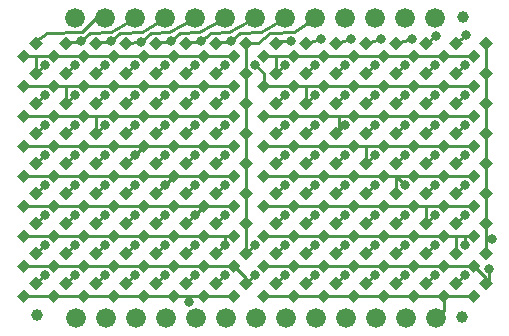
<source format=gbr>
G04 EAGLE Gerber RS-274X export*
G75*
%MOMM*%
%FSLAX34Y34*%
%LPD*%
%INTop Copper*%
%IPPOS*%
%AMOC8*
5,1,8,0,0,1.08239X$1,22.5*%
G01*
%ADD10R,0.800000X0.800000*%
%ADD11C,1.000000*%
%ADD12C,1.676400*%
%ADD13C,0.254000*%
%ADD14C,0.800100*%


D10*
G36*
X18827Y240383D02*
X24483Y234727D01*
X18827Y229071D01*
X13171Y234727D01*
X18827Y240383D01*
G37*
G36*
X29433Y250989D02*
X35089Y245333D01*
X29433Y239677D01*
X23777Y245333D01*
X29433Y250989D01*
G37*
G36*
X44227Y240383D02*
X49883Y234727D01*
X44227Y229071D01*
X38571Y234727D01*
X44227Y240383D01*
G37*
G36*
X54833Y250989D02*
X60489Y245333D01*
X54833Y239677D01*
X49177Y245333D01*
X54833Y250989D01*
G37*
G36*
X69627Y240383D02*
X75283Y234727D01*
X69627Y229071D01*
X63971Y234727D01*
X69627Y240383D01*
G37*
G36*
X80233Y250989D02*
X85889Y245333D01*
X80233Y239677D01*
X74577Y245333D01*
X80233Y250989D01*
G37*
G36*
X95027Y240383D02*
X100683Y234727D01*
X95027Y229071D01*
X89371Y234727D01*
X95027Y240383D01*
G37*
G36*
X105633Y250989D02*
X111289Y245333D01*
X105633Y239677D01*
X99977Y245333D01*
X105633Y250989D01*
G37*
G36*
X120427Y240383D02*
X126083Y234727D01*
X120427Y229071D01*
X114771Y234727D01*
X120427Y240383D01*
G37*
G36*
X131033Y250989D02*
X136689Y245333D01*
X131033Y239677D01*
X125377Y245333D01*
X131033Y250989D01*
G37*
G36*
X145827Y240383D02*
X151483Y234727D01*
X145827Y229071D01*
X140171Y234727D01*
X145827Y240383D01*
G37*
G36*
X156433Y250989D02*
X162089Y245333D01*
X156433Y239677D01*
X150777Y245333D01*
X156433Y250989D01*
G37*
G36*
X171227Y240383D02*
X176883Y234727D01*
X171227Y229071D01*
X165571Y234727D01*
X171227Y240383D01*
G37*
G36*
X181833Y250989D02*
X187489Y245333D01*
X181833Y239677D01*
X176177Y245333D01*
X181833Y250989D01*
G37*
G36*
X196627Y240383D02*
X202283Y234727D01*
X196627Y229071D01*
X190971Y234727D01*
X196627Y240383D01*
G37*
G36*
X207233Y250989D02*
X212889Y245333D01*
X207233Y239677D01*
X201577Y245333D01*
X207233Y250989D01*
G37*
G36*
X18827Y214983D02*
X24483Y209327D01*
X18827Y203671D01*
X13171Y209327D01*
X18827Y214983D01*
G37*
G36*
X29433Y225589D02*
X35089Y219933D01*
X29433Y214277D01*
X23777Y219933D01*
X29433Y225589D01*
G37*
G36*
X44227Y214983D02*
X49883Y209327D01*
X44227Y203671D01*
X38571Y209327D01*
X44227Y214983D01*
G37*
G36*
X54833Y225589D02*
X60489Y219933D01*
X54833Y214277D01*
X49177Y219933D01*
X54833Y225589D01*
G37*
G36*
X69627Y214983D02*
X75283Y209327D01*
X69627Y203671D01*
X63971Y209327D01*
X69627Y214983D01*
G37*
G36*
X80233Y225589D02*
X85889Y219933D01*
X80233Y214277D01*
X74577Y219933D01*
X80233Y225589D01*
G37*
G36*
X95027Y214983D02*
X100683Y209327D01*
X95027Y203671D01*
X89371Y209327D01*
X95027Y214983D01*
G37*
G36*
X105633Y225589D02*
X111289Y219933D01*
X105633Y214277D01*
X99977Y219933D01*
X105633Y225589D01*
G37*
G36*
X120427Y214983D02*
X126083Y209327D01*
X120427Y203671D01*
X114771Y209327D01*
X120427Y214983D01*
G37*
G36*
X131033Y225589D02*
X136689Y219933D01*
X131033Y214277D01*
X125377Y219933D01*
X131033Y225589D01*
G37*
G36*
X145827Y214983D02*
X151483Y209327D01*
X145827Y203671D01*
X140171Y209327D01*
X145827Y214983D01*
G37*
G36*
X156433Y225589D02*
X162089Y219933D01*
X156433Y214277D01*
X150777Y219933D01*
X156433Y225589D01*
G37*
G36*
X171227Y214983D02*
X176883Y209327D01*
X171227Y203671D01*
X165571Y209327D01*
X171227Y214983D01*
G37*
G36*
X181833Y225589D02*
X187489Y219933D01*
X181833Y214277D01*
X176177Y219933D01*
X181833Y225589D01*
G37*
G36*
X196627Y214983D02*
X202283Y209327D01*
X196627Y203671D01*
X190971Y209327D01*
X196627Y214983D01*
G37*
G36*
X207233Y225589D02*
X212889Y219933D01*
X207233Y214277D01*
X201577Y219933D01*
X207233Y225589D01*
G37*
G36*
X18827Y189583D02*
X24483Y183927D01*
X18827Y178271D01*
X13171Y183927D01*
X18827Y189583D01*
G37*
G36*
X29433Y200189D02*
X35089Y194533D01*
X29433Y188877D01*
X23777Y194533D01*
X29433Y200189D01*
G37*
G36*
X44227Y189583D02*
X49883Y183927D01*
X44227Y178271D01*
X38571Y183927D01*
X44227Y189583D01*
G37*
G36*
X54833Y200189D02*
X60489Y194533D01*
X54833Y188877D01*
X49177Y194533D01*
X54833Y200189D01*
G37*
G36*
X69627Y189583D02*
X75283Y183927D01*
X69627Y178271D01*
X63971Y183927D01*
X69627Y189583D01*
G37*
G36*
X80233Y200189D02*
X85889Y194533D01*
X80233Y188877D01*
X74577Y194533D01*
X80233Y200189D01*
G37*
G36*
X95027Y189583D02*
X100683Y183927D01*
X95027Y178271D01*
X89371Y183927D01*
X95027Y189583D01*
G37*
G36*
X105633Y200189D02*
X111289Y194533D01*
X105633Y188877D01*
X99977Y194533D01*
X105633Y200189D01*
G37*
G36*
X120427Y189583D02*
X126083Y183927D01*
X120427Y178271D01*
X114771Y183927D01*
X120427Y189583D01*
G37*
G36*
X131033Y200189D02*
X136689Y194533D01*
X131033Y188877D01*
X125377Y194533D01*
X131033Y200189D01*
G37*
G36*
X145827Y189583D02*
X151483Y183927D01*
X145827Y178271D01*
X140171Y183927D01*
X145827Y189583D01*
G37*
G36*
X156433Y200189D02*
X162089Y194533D01*
X156433Y188877D01*
X150777Y194533D01*
X156433Y200189D01*
G37*
G36*
X171227Y189583D02*
X176883Y183927D01*
X171227Y178271D01*
X165571Y183927D01*
X171227Y189583D01*
G37*
G36*
X181833Y200189D02*
X187489Y194533D01*
X181833Y188877D01*
X176177Y194533D01*
X181833Y200189D01*
G37*
G36*
X196627Y189583D02*
X202283Y183927D01*
X196627Y178271D01*
X190971Y183927D01*
X196627Y189583D01*
G37*
G36*
X207233Y200189D02*
X212889Y194533D01*
X207233Y188877D01*
X201577Y194533D01*
X207233Y200189D01*
G37*
G36*
X18827Y164183D02*
X24483Y158527D01*
X18827Y152871D01*
X13171Y158527D01*
X18827Y164183D01*
G37*
G36*
X29433Y174789D02*
X35089Y169133D01*
X29433Y163477D01*
X23777Y169133D01*
X29433Y174789D01*
G37*
G36*
X44227Y164183D02*
X49883Y158527D01*
X44227Y152871D01*
X38571Y158527D01*
X44227Y164183D01*
G37*
G36*
X54833Y174789D02*
X60489Y169133D01*
X54833Y163477D01*
X49177Y169133D01*
X54833Y174789D01*
G37*
G36*
X69627Y164183D02*
X75283Y158527D01*
X69627Y152871D01*
X63971Y158527D01*
X69627Y164183D01*
G37*
G36*
X80233Y174789D02*
X85889Y169133D01*
X80233Y163477D01*
X74577Y169133D01*
X80233Y174789D01*
G37*
G36*
X95027Y164183D02*
X100683Y158527D01*
X95027Y152871D01*
X89371Y158527D01*
X95027Y164183D01*
G37*
G36*
X105633Y174789D02*
X111289Y169133D01*
X105633Y163477D01*
X99977Y169133D01*
X105633Y174789D01*
G37*
G36*
X120427Y164183D02*
X126083Y158527D01*
X120427Y152871D01*
X114771Y158527D01*
X120427Y164183D01*
G37*
G36*
X131033Y174789D02*
X136689Y169133D01*
X131033Y163477D01*
X125377Y169133D01*
X131033Y174789D01*
G37*
G36*
X145827Y164183D02*
X151483Y158527D01*
X145827Y152871D01*
X140171Y158527D01*
X145827Y164183D01*
G37*
G36*
X156433Y174789D02*
X162089Y169133D01*
X156433Y163477D01*
X150777Y169133D01*
X156433Y174789D01*
G37*
G36*
X171227Y164183D02*
X176883Y158527D01*
X171227Y152871D01*
X165571Y158527D01*
X171227Y164183D01*
G37*
G36*
X181833Y174789D02*
X187489Y169133D01*
X181833Y163477D01*
X176177Y169133D01*
X181833Y174789D01*
G37*
G36*
X196627Y164183D02*
X202283Y158527D01*
X196627Y152871D01*
X190971Y158527D01*
X196627Y164183D01*
G37*
G36*
X207233Y174789D02*
X212889Y169133D01*
X207233Y163477D01*
X201577Y169133D01*
X207233Y174789D01*
G37*
G36*
X18827Y138783D02*
X24483Y133127D01*
X18827Y127471D01*
X13171Y133127D01*
X18827Y138783D01*
G37*
G36*
X29433Y149389D02*
X35089Y143733D01*
X29433Y138077D01*
X23777Y143733D01*
X29433Y149389D01*
G37*
G36*
X44227Y138783D02*
X49883Y133127D01*
X44227Y127471D01*
X38571Y133127D01*
X44227Y138783D01*
G37*
G36*
X54833Y149389D02*
X60489Y143733D01*
X54833Y138077D01*
X49177Y143733D01*
X54833Y149389D01*
G37*
G36*
X69627Y138783D02*
X75283Y133127D01*
X69627Y127471D01*
X63971Y133127D01*
X69627Y138783D01*
G37*
G36*
X80233Y149389D02*
X85889Y143733D01*
X80233Y138077D01*
X74577Y143733D01*
X80233Y149389D01*
G37*
G36*
X95027Y138783D02*
X100683Y133127D01*
X95027Y127471D01*
X89371Y133127D01*
X95027Y138783D01*
G37*
G36*
X105633Y149389D02*
X111289Y143733D01*
X105633Y138077D01*
X99977Y143733D01*
X105633Y149389D01*
G37*
G36*
X120427Y138783D02*
X126083Y133127D01*
X120427Y127471D01*
X114771Y133127D01*
X120427Y138783D01*
G37*
G36*
X131033Y149389D02*
X136689Y143733D01*
X131033Y138077D01*
X125377Y143733D01*
X131033Y149389D01*
G37*
G36*
X145827Y138783D02*
X151483Y133127D01*
X145827Y127471D01*
X140171Y133127D01*
X145827Y138783D01*
G37*
G36*
X156433Y149389D02*
X162089Y143733D01*
X156433Y138077D01*
X150777Y143733D01*
X156433Y149389D01*
G37*
G36*
X171227Y138783D02*
X176883Y133127D01*
X171227Y127471D01*
X165571Y133127D01*
X171227Y138783D01*
G37*
G36*
X181833Y149389D02*
X187489Y143733D01*
X181833Y138077D01*
X176177Y143733D01*
X181833Y149389D01*
G37*
G36*
X196627Y138783D02*
X202283Y133127D01*
X196627Y127471D01*
X190971Y133127D01*
X196627Y138783D01*
G37*
G36*
X207233Y149389D02*
X212889Y143733D01*
X207233Y138077D01*
X201577Y143733D01*
X207233Y149389D01*
G37*
G36*
X18827Y113383D02*
X24483Y107727D01*
X18827Y102071D01*
X13171Y107727D01*
X18827Y113383D01*
G37*
G36*
X29433Y123989D02*
X35089Y118333D01*
X29433Y112677D01*
X23777Y118333D01*
X29433Y123989D01*
G37*
G36*
X44227Y113383D02*
X49883Y107727D01*
X44227Y102071D01*
X38571Y107727D01*
X44227Y113383D01*
G37*
G36*
X54833Y123989D02*
X60489Y118333D01*
X54833Y112677D01*
X49177Y118333D01*
X54833Y123989D01*
G37*
G36*
X69627Y113383D02*
X75283Y107727D01*
X69627Y102071D01*
X63971Y107727D01*
X69627Y113383D01*
G37*
G36*
X80233Y123989D02*
X85889Y118333D01*
X80233Y112677D01*
X74577Y118333D01*
X80233Y123989D01*
G37*
G36*
X95027Y113383D02*
X100683Y107727D01*
X95027Y102071D01*
X89371Y107727D01*
X95027Y113383D01*
G37*
G36*
X105633Y123989D02*
X111289Y118333D01*
X105633Y112677D01*
X99977Y118333D01*
X105633Y123989D01*
G37*
G36*
X120427Y113383D02*
X126083Y107727D01*
X120427Y102071D01*
X114771Y107727D01*
X120427Y113383D01*
G37*
G36*
X131033Y123989D02*
X136689Y118333D01*
X131033Y112677D01*
X125377Y118333D01*
X131033Y123989D01*
G37*
G36*
X145827Y113383D02*
X151483Y107727D01*
X145827Y102071D01*
X140171Y107727D01*
X145827Y113383D01*
G37*
G36*
X156433Y123989D02*
X162089Y118333D01*
X156433Y112677D01*
X150777Y118333D01*
X156433Y123989D01*
G37*
G36*
X171227Y113383D02*
X176883Y107727D01*
X171227Y102071D01*
X165571Y107727D01*
X171227Y113383D01*
G37*
G36*
X181833Y123989D02*
X187489Y118333D01*
X181833Y112677D01*
X176177Y118333D01*
X181833Y123989D01*
G37*
G36*
X196627Y113383D02*
X202283Y107727D01*
X196627Y102071D01*
X190971Y107727D01*
X196627Y113383D01*
G37*
G36*
X207233Y123989D02*
X212889Y118333D01*
X207233Y112677D01*
X201577Y118333D01*
X207233Y123989D01*
G37*
G36*
X18827Y87983D02*
X24483Y82327D01*
X18827Y76671D01*
X13171Y82327D01*
X18827Y87983D01*
G37*
G36*
X29433Y98589D02*
X35089Y92933D01*
X29433Y87277D01*
X23777Y92933D01*
X29433Y98589D01*
G37*
G36*
X44227Y87983D02*
X49883Y82327D01*
X44227Y76671D01*
X38571Y82327D01*
X44227Y87983D01*
G37*
G36*
X54833Y98589D02*
X60489Y92933D01*
X54833Y87277D01*
X49177Y92933D01*
X54833Y98589D01*
G37*
G36*
X69627Y87983D02*
X75283Y82327D01*
X69627Y76671D01*
X63971Y82327D01*
X69627Y87983D01*
G37*
G36*
X80233Y98589D02*
X85889Y92933D01*
X80233Y87277D01*
X74577Y92933D01*
X80233Y98589D01*
G37*
G36*
X95027Y87983D02*
X100683Y82327D01*
X95027Y76671D01*
X89371Y82327D01*
X95027Y87983D01*
G37*
G36*
X105633Y98589D02*
X111289Y92933D01*
X105633Y87277D01*
X99977Y92933D01*
X105633Y98589D01*
G37*
G36*
X120427Y87983D02*
X126083Y82327D01*
X120427Y76671D01*
X114771Y82327D01*
X120427Y87983D01*
G37*
G36*
X131033Y98589D02*
X136689Y92933D01*
X131033Y87277D01*
X125377Y92933D01*
X131033Y98589D01*
G37*
G36*
X145827Y87983D02*
X151483Y82327D01*
X145827Y76671D01*
X140171Y82327D01*
X145827Y87983D01*
G37*
G36*
X156433Y98589D02*
X162089Y92933D01*
X156433Y87277D01*
X150777Y92933D01*
X156433Y98589D01*
G37*
G36*
X171227Y87983D02*
X176883Y82327D01*
X171227Y76671D01*
X165571Y82327D01*
X171227Y87983D01*
G37*
G36*
X181833Y98589D02*
X187489Y92933D01*
X181833Y87277D01*
X176177Y92933D01*
X181833Y98589D01*
G37*
G36*
X196627Y87983D02*
X202283Y82327D01*
X196627Y76671D01*
X190971Y82327D01*
X196627Y87983D01*
G37*
G36*
X207233Y98589D02*
X212889Y92933D01*
X207233Y87277D01*
X201577Y92933D01*
X207233Y98589D01*
G37*
G36*
X18827Y62583D02*
X24483Y56927D01*
X18827Y51271D01*
X13171Y56927D01*
X18827Y62583D01*
G37*
G36*
X29433Y73189D02*
X35089Y67533D01*
X29433Y61877D01*
X23777Y67533D01*
X29433Y73189D01*
G37*
G36*
X44227Y62583D02*
X49883Y56927D01*
X44227Y51271D01*
X38571Y56927D01*
X44227Y62583D01*
G37*
G36*
X54833Y73189D02*
X60489Y67533D01*
X54833Y61877D01*
X49177Y67533D01*
X54833Y73189D01*
G37*
G36*
X69627Y62583D02*
X75283Y56927D01*
X69627Y51271D01*
X63971Y56927D01*
X69627Y62583D01*
G37*
G36*
X80233Y73189D02*
X85889Y67533D01*
X80233Y61877D01*
X74577Y67533D01*
X80233Y73189D01*
G37*
G36*
X95027Y62583D02*
X100683Y56927D01*
X95027Y51271D01*
X89371Y56927D01*
X95027Y62583D01*
G37*
G36*
X105633Y73189D02*
X111289Y67533D01*
X105633Y61877D01*
X99977Y67533D01*
X105633Y73189D01*
G37*
G36*
X120427Y62583D02*
X126083Y56927D01*
X120427Y51271D01*
X114771Y56927D01*
X120427Y62583D01*
G37*
G36*
X131033Y73189D02*
X136689Y67533D01*
X131033Y61877D01*
X125377Y67533D01*
X131033Y73189D01*
G37*
G36*
X145827Y62583D02*
X151483Y56927D01*
X145827Y51271D01*
X140171Y56927D01*
X145827Y62583D01*
G37*
G36*
X156433Y73189D02*
X162089Y67533D01*
X156433Y61877D01*
X150777Y67533D01*
X156433Y73189D01*
G37*
G36*
X171227Y62583D02*
X176883Y56927D01*
X171227Y51271D01*
X165571Y56927D01*
X171227Y62583D01*
G37*
G36*
X181833Y73189D02*
X187489Y67533D01*
X181833Y61877D01*
X176177Y67533D01*
X181833Y73189D01*
G37*
G36*
X196627Y62583D02*
X202283Y56927D01*
X196627Y51271D01*
X190971Y56927D01*
X196627Y62583D01*
G37*
G36*
X207233Y73189D02*
X212889Y67533D01*
X207233Y61877D01*
X201577Y67533D01*
X207233Y73189D01*
G37*
G36*
X18827Y37183D02*
X24483Y31527D01*
X18827Y25871D01*
X13171Y31527D01*
X18827Y37183D01*
G37*
G36*
X29433Y47789D02*
X35089Y42133D01*
X29433Y36477D01*
X23777Y42133D01*
X29433Y47789D01*
G37*
G36*
X44227Y37183D02*
X49883Y31527D01*
X44227Y25871D01*
X38571Y31527D01*
X44227Y37183D01*
G37*
G36*
X54833Y47789D02*
X60489Y42133D01*
X54833Y36477D01*
X49177Y42133D01*
X54833Y47789D01*
G37*
G36*
X69627Y37183D02*
X75283Y31527D01*
X69627Y25871D01*
X63971Y31527D01*
X69627Y37183D01*
G37*
G36*
X80233Y47789D02*
X85889Y42133D01*
X80233Y36477D01*
X74577Y42133D01*
X80233Y47789D01*
G37*
G36*
X95027Y37183D02*
X100683Y31527D01*
X95027Y25871D01*
X89371Y31527D01*
X95027Y37183D01*
G37*
G36*
X105633Y47789D02*
X111289Y42133D01*
X105633Y36477D01*
X99977Y42133D01*
X105633Y47789D01*
G37*
G36*
X120427Y37183D02*
X126083Y31527D01*
X120427Y25871D01*
X114771Y31527D01*
X120427Y37183D01*
G37*
G36*
X131033Y47789D02*
X136689Y42133D01*
X131033Y36477D01*
X125377Y42133D01*
X131033Y47789D01*
G37*
G36*
X145827Y37183D02*
X151483Y31527D01*
X145827Y25871D01*
X140171Y31527D01*
X145827Y37183D01*
G37*
G36*
X156433Y47789D02*
X162089Y42133D01*
X156433Y36477D01*
X150777Y42133D01*
X156433Y47789D01*
G37*
G36*
X171227Y37183D02*
X176883Y31527D01*
X171227Y25871D01*
X165571Y31527D01*
X171227Y37183D01*
G37*
G36*
X181833Y47789D02*
X187489Y42133D01*
X181833Y36477D01*
X176177Y42133D01*
X181833Y47789D01*
G37*
G36*
X196627Y37183D02*
X202283Y31527D01*
X196627Y25871D01*
X190971Y31527D01*
X196627Y37183D01*
G37*
G36*
X207233Y47789D02*
X212889Y42133D01*
X207233Y36477D01*
X201577Y42133D01*
X207233Y47789D01*
G37*
G36*
X222027Y240383D02*
X227683Y234727D01*
X222027Y229071D01*
X216371Y234727D01*
X222027Y240383D01*
G37*
G36*
X232633Y250989D02*
X238289Y245333D01*
X232633Y239677D01*
X226977Y245333D01*
X232633Y250989D01*
G37*
G36*
X247427Y240383D02*
X253083Y234727D01*
X247427Y229071D01*
X241771Y234727D01*
X247427Y240383D01*
G37*
G36*
X258033Y250989D02*
X263689Y245333D01*
X258033Y239677D01*
X252377Y245333D01*
X258033Y250989D01*
G37*
G36*
X272827Y240383D02*
X278483Y234727D01*
X272827Y229071D01*
X267171Y234727D01*
X272827Y240383D01*
G37*
G36*
X283433Y250989D02*
X289089Y245333D01*
X283433Y239677D01*
X277777Y245333D01*
X283433Y250989D01*
G37*
G36*
X298227Y240383D02*
X303883Y234727D01*
X298227Y229071D01*
X292571Y234727D01*
X298227Y240383D01*
G37*
G36*
X308833Y250989D02*
X314489Y245333D01*
X308833Y239677D01*
X303177Y245333D01*
X308833Y250989D01*
G37*
G36*
X323627Y240383D02*
X329283Y234727D01*
X323627Y229071D01*
X317971Y234727D01*
X323627Y240383D01*
G37*
G36*
X334233Y250989D02*
X339889Y245333D01*
X334233Y239677D01*
X328577Y245333D01*
X334233Y250989D01*
G37*
G36*
X349027Y240383D02*
X354683Y234727D01*
X349027Y229071D01*
X343371Y234727D01*
X349027Y240383D01*
G37*
G36*
X359633Y250989D02*
X365289Y245333D01*
X359633Y239677D01*
X353977Y245333D01*
X359633Y250989D01*
G37*
G36*
X374427Y240383D02*
X380083Y234727D01*
X374427Y229071D01*
X368771Y234727D01*
X374427Y240383D01*
G37*
G36*
X385033Y250989D02*
X390689Y245333D01*
X385033Y239677D01*
X379377Y245333D01*
X385033Y250989D01*
G37*
G36*
X399827Y240383D02*
X405483Y234727D01*
X399827Y229071D01*
X394171Y234727D01*
X399827Y240383D01*
G37*
G36*
X410433Y250989D02*
X416089Y245333D01*
X410433Y239677D01*
X404777Y245333D01*
X410433Y250989D01*
G37*
G36*
X222027Y214983D02*
X227683Y209327D01*
X222027Y203671D01*
X216371Y209327D01*
X222027Y214983D01*
G37*
G36*
X232633Y225589D02*
X238289Y219933D01*
X232633Y214277D01*
X226977Y219933D01*
X232633Y225589D01*
G37*
G36*
X247427Y214983D02*
X253083Y209327D01*
X247427Y203671D01*
X241771Y209327D01*
X247427Y214983D01*
G37*
G36*
X258033Y225589D02*
X263689Y219933D01*
X258033Y214277D01*
X252377Y219933D01*
X258033Y225589D01*
G37*
G36*
X272827Y214983D02*
X278483Y209327D01*
X272827Y203671D01*
X267171Y209327D01*
X272827Y214983D01*
G37*
G36*
X283433Y225589D02*
X289089Y219933D01*
X283433Y214277D01*
X277777Y219933D01*
X283433Y225589D01*
G37*
G36*
X298227Y214983D02*
X303883Y209327D01*
X298227Y203671D01*
X292571Y209327D01*
X298227Y214983D01*
G37*
G36*
X308833Y225589D02*
X314489Y219933D01*
X308833Y214277D01*
X303177Y219933D01*
X308833Y225589D01*
G37*
G36*
X323627Y214983D02*
X329283Y209327D01*
X323627Y203671D01*
X317971Y209327D01*
X323627Y214983D01*
G37*
G36*
X334233Y225589D02*
X339889Y219933D01*
X334233Y214277D01*
X328577Y219933D01*
X334233Y225589D01*
G37*
G36*
X349027Y214983D02*
X354683Y209327D01*
X349027Y203671D01*
X343371Y209327D01*
X349027Y214983D01*
G37*
G36*
X359633Y225589D02*
X365289Y219933D01*
X359633Y214277D01*
X353977Y219933D01*
X359633Y225589D01*
G37*
G36*
X374427Y214983D02*
X380083Y209327D01*
X374427Y203671D01*
X368771Y209327D01*
X374427Y214983D01*
G37*
G36*
X385033Y225589D02*
X390689Y219933D01*
X385033Y214277D01*
X379377Y219933D01*
X385033Y225589D01*
G37*
G36*
X399827Y214983D02*
X405483Y209327D01*
X399827Y203671D01*
X394171Y209327D01*
X399827Y214983D01*
G37*
G36*
X410433Y225589D02*
X416089Y219933D01*
X410433Y214277D01*
X404777Y219933D01*
X410433Y225589D01*
G37*
G36*
X222027Y189583D02*
X227683Y183927D01*
X222027Y178271D01*
X216371Y183927D01*
X222027Y189583D01*
G37*
G36*
X232633Y200189D02*
X238289Y194533D01*
X232633Y188877D01*
X226977Y194533D01*
X232633Y200189D01*
G37*
G36*
X247427Y189583D02*
X253083Y183927D01*
X247427Y178271D01*
X241771Y183927D01*
X247427Y189583D01*
G37*
G36*
X258033Y200189D02*
X263689Y194533D01*
X258033Y188877D01*
X252377Y194533D01*
X258033Y200189D01*
G37*
G36*
X272827Y189583D02*
X278483Y183927D01*
X272827Y178271D01*
X267171Y183927D01*
X272827Y189583D01*
G37*
G36*
X283433Y200189D02*
X289089Y194533D01*
X283433Y188877D01*
X277777Y194533D01*
X283433Y200189D01*
G37*
G36*
X298227Y189583D02*
X303883Y183927D01*
X298227Y178271D01*
X292571Y183927D01*
X298227Y189583D01*
G37*
G36*
X308833Y200189D02*
X314489Y194533D01*
X308833Y188877D01*
X303177Y194533D01*
X308833Y200189D01*
G37*
G36*
X323627Y189583D02*
X329283Y183927D01*
X323627Y178271D01*
X317971Y183927D01*
X323627Y189583D01*
G37*
G36*
X334233Y200189D02*
X339889Y194533D01*
X334233Y188877D01*
X328577Y194533D01*
X334233Y200189D01*
G37*
G36*
X349027Y189583D02*
X354683Y183927D01*
X349027Y178271D01*
X343371Y183927D01*
X349027Y189583D01*
G37*
G36*
X359633Y200189D02*
X365289Y194533D01*
X359633Y188877D01*
X353977Y194533D01*
X359633Y200189D01*
G37*
G36*
X374427Y189583D02*
X380083Y183927D01*
X374427Y178271D01*
X368771Y183927D01*
X374427Y189583D01*
G37*
G36*
X385033Y200189D02*
X390689Y194533D01*
X385033Y188877D01*
X379377Y194533D01*
X385033Y200189D01*
G37*
G36*
X399827Y189583D02*
X405483Y183927D01*
X399827Y178271D01*
X394171Y183927D01*
X399827Y189583D01*
G37*
G36*
X410433Y200189D02*
X416089Y194533D01*
X410433Y188877D01*
X404777Y194533D01*
X410433Y200189D01*
G37*
G36*
X222027Y164183D02*
X227683Y158527D01*
X222027Y152871D01*
X216371Y158527D01*
X222027Y164183D01*
G37*
G36*
X232633Y174789D02*
X238289Y169133D01*
X232633Y163477D01*
X226977Y169133D01*
X232633Y174789D01*
G37*
G36*
X247427Y164183D02*
X253083Y158527D01*
X247427Y152871D01*
X241771Y158527D01*
X247427Y164183D01*
G37*
G36*
X258033Y174789D02*
X263689Y169133D01*
X258033Y163477D01*
X252377Y169133D01*
X258033Y174789D01*
G37*
G36*
X272827Y164183D02*
X278483Y158527D01*
X272827Y152871D01*
X267171Y158527D01*
X272827Y164183D01*
G37*
G36*
X283433Y174789D02*
X289089Y169133D01*
X283433Y163477D01*
X277777Y169133D01*
X283433Y174789D01*
G37*
G36*
X298227Y164183D02*
X303883Y158527D01*
X298227Y152871D01*
X292571Y158527D01*
X298227Y164183D01*
G37*
G36*
X308833Y174789D02*
X314489Y169133D01*
X308833Y163477D01*
X303177Y169133D01*
X308833Y174789D01*
G37*
G36*
X323627Y164183D02*
X329283Y158527D01*
X323627Y152871D01*
X317971Y158527D01*
X323627Y164183D01*
G37*
G36*
X334233Y174789D02*
X339889Y169133D01*
X334233Y163477D01*
X328577Y169133D01*
X334233Y174789D01*
G37*
G36*
X349027Y164183D02*
X354683Y158527D01*
X349027Y152871D01*
X343371Y158527D01*
X349027Y164183D01*
G37*
G36*
X359633Y174789D02*
X365289Y169133D01*
X359633Y163477D01*
X353977Y169133D01*
X359633Y174789D01*
G37*
G36*
X374427Y164183D02*
X380083Y158527D01*
X374427Y152871D01*
X368771Y158527D01*
X374427Y164183D01*
G37*
G36*
X385033Y174789D02*
X390689Y169133D01*
X385033Y163477D01*
X379377Y169133D01*
X385033Y174789D01*
G37*
G36*
X399827Y164183D02*
X405483Y158527D01*
X399827Y152871D01*
X394171Y158527D01*
X399827Y164183D01*
G37*
G36*
X410433Y174789D02*
X416089Y169133D01*
X410433Y163477D01*
X404777Y169133D01*
X410433Y174789D01*
G37*
G36*
X222027Y138783D02*
X227683Y133127D01*
X222027Y127471D01*
X216371Y133127D01*
X222027Y138783D01*
G37*
G36*
X232633Y149389D02*
X238289Y143733D01*
X232633Y138077D01*
X226977Y143733D01*
X232633Y149389D01*
G37*
G36*
X247427Y138783D02*
X253083Y133127D01*
X247427Y127471D01*
X241771Y133127D01*
X247427Y138783D01*
G37*
G36*
X258033Y149389D02*
X263689Y143733D01*
X258033Y138077D01*
X252377Y143733D01*
X258033Y149389D01*
G37*
G36*
X272827Y138783D02*
X278483Y133127D01*
X272827Y127471D01*
X267171Y133127D01*
X272827Y138783D01*
G37*
G36*
X283433Y149389D02*
X289089Y143733D01*
X283433Y138077D01*
X277777Y143733D01*
X283433Y149389D01*
G37*
G36*
X298227Y138783D02*
X303883Y133127D01*
X298227Y127471D01*
X292571Y133127D01*
X298227Y138783D01*
G37*
G36*
X308833Y149389D02*
X314489Y143733D01*
X308833Y138077D01*
X303177Y143733D01*
X308833Y149389D01*
G37*
G36*
X323627Y138783D02*
X329283Y133127D01*
X323627Y127471D01*
X317971Y133127D01*
X323627Y138783D01*
G37*
G36*
X334233Y149389D02*
X339889Y143733D01*
X334233Y138077D01*
X328577Y143733D01*
X334233Y149389D01*
G37*
G36*
X349027Y138783D02*
X354683Y133127D01*
X349027Y127471D01*
X343371Y133127D01*
X349027Y138783D01*
G37*
G36*
X359633Y149389D02*
X365289Y143733D01*
X359633Y138077D01*
X353977Y143733D01*
X359633Y149389D01*
G37*
G36*
X374427Y138783D02*
X380083Y133127D01*
X374427Y127471D01*
X368771Y133127D01*
X374427Y138783D01*
G37*
G36*
X385033Y149389D02*
X390689Y143733D01*
X385033Y138077D01*
X379377Y143733D01*
X385033Y149389D01*
G37*
G36*
X399827Y138783D02*
X405483Y133127D01*
X399827Y127471D01*
X394171Y133127D01*
X399827Y138783D01*
G37*
G36*
X410433Y149389D02*
X416089Y143733D01*
X410433Y138077D01*
X404777Y143733D01*
X410433Y149389D01*
G37*
G36*
X222027Y113383D02*
X227683Y107727D01*
X222027Y102071D01*
X216371Y107727D01*
X222027Y113383D01*
G37*
G36*
X232633Y123989D02*
X238289Y118333D01*
X232633Y112677D01*
X226977Y118333D01*
X232633Y123989D01*
G37*
G36*
X247427Y113383D02*
X253083Y107727D01*
X247427Y102071D01*
X241771Y107727D01*
X247427Y113383D01*
G37*
G36*
X258033Y123989D02*
X263689Y118333D01*
X258033Y112677D01*
X252377Y118333D01*
X258033Y123989D01*
G37*
G36*
X272827Y113383D02*
X278483Y107727D01*
X272827Y102071D01*
X267171Y107727D01*
X272827Y113383D01*
G37*
G36*
X283433Y123989D02*
X289089Y118333D01*
X283433Y112677D01*
X277777Y118333D01*
X283433Y123989D01*
G37*
G36*
X298227Y113383D02*
X303883Y107727D01*
X298227Y102071D01*
X292571Y107727D01*
X298227Y113383D01*
G37*
G36*
X308833Y123989D02*
X314489Y118333D01*
X308833Y112677D01*
X303177Y118333D01*
X308833Y123989D01*
G37*
G36*
X323627Y113383D02*
X329283Y107727D01*
X323627Y102071D01*
X317971Y107727D01*
X323627Y113383D01*
G37*
G36*
X334233Y123989D02*
X339889Y118333D01*
X334233Y112677D01*
X328577Y118333D01*
X334233Y123989D01*
G37*
G36*
X349027Y113383D02*
X354683Y107727D01*
X349027Y102071D01*
X343371Y107727D01*
X349027Y113383D01*
G37*
G36*
X359633Y123989D02*
X365289Y118333D01*
X359633Y112677D01*
X353977Y118333D01*
X359633Y123989D01*
G37*
G36*
X374427Y113383D02*
X380083Y107727D01*
X374427Y102071D01*
X368771Y107727D01*
X374427Y113383D01*
G37*
G36*
X385033Y123989D02*
X390689Y118333D01*
X385033Y112677D01*
X379377Y118333D01*
X385033Y123989D01*
G37*
G36*
X399827Y113383D02*
X405483Y107727D01*
X399827Y102071D01*
X394171Y107727D01*
X399827Y113383D01*
G37*
G36*
X410433Y123989D02*
X416089Y118333D01*
X410433Y112677D01*
X404777Y118333D01*
X410433Y123989D01*
G37*
G36*
X222027Y87983D02*
X227683Y82327D01*
X222027Y76671D01*
X216371Y82327D01*
X222027Y87983D01*
G37*
G36*
X232633Y98589D02*
X238289Y92933D01*
X232633Y87277D01*
X226977Y92933D01*
X232633Y98589D01*
G37*
G36*
X247427Y87983D02*
X253083Y82327D01*
X247427Y76671D01*
X241771Y82327D01*
X247427Y87983D01*
G37*
G36*
X258033Y98589D02*
X263689Y92933D01*
X258033Y87277D01*
X252377Y92933D01*
X258033Y98589D01*
G37*
G36*
X272827Y87983D02*
X278483Y82327D01*
X272827Y76671D01*
X267171Y82327D01*
X272827Y87983D01*
G37*
G36*
X283433Y98589D02*
X289089Y92933D01*
X283433Y87277D01*
X277777Y92933D01*
X283433Y98589D01*
G37*
G36*
X298227Y87983D02*
X303883Y82327D01*
X298227Y76671D01*
X292571Y82327D01*
X298227Y87983D01*
G37*
G36*
X308833Y98589D02*
X314489Y92933D01*
X308833Y87277D01*
X303177Y92933D01*
X308833Y98589D01*
G37*
G36*
X323627Y87983D02*
X329283Y82327D01*
X323627Y76671D01*
X317971Y82327D01*
X323627Y87983D01*
G37*
G36*
X334233Y98589D02*
X339889Y92933D01*
X334233Y87277D01*
X328577Y92933D01*
X334233Y98589D01*
G37*
G36*
X349027Y87983D02*
X354683Y82327D01*
X349027Y76671D01*
X343371Y82327D01*
X349027Y87983D01*
G37*
G36*
X359633Y98589D02*
X365289Y92933D01*
X359633Y87277D01*
X353977Y92933D01*
X359633Y98589D01*
G37*
G36*
X374427Y87983D02*
X380083Y82327D01*
X374427Y76671D01*
X368771Y82327D01*
X374427Y87983D01*
G37*
G36*
X385033Y98589D02*
X390689Y92933D01*
X385033Y87277D01*
X379377Y92933D01*
X385033Y98589D01*
G37*
G36*
X399827Y87983D02*
X405483Y82327D01*
X399827Y76671D01*
X394171Y82327D01*
X399827Y87983D01*
G37*
G36*
X410433Y98589D02*
X416089Y92933D01*
X410433Y87277D01*
X404777Y92933D01*
X410433Y98589D01*
G37*
G36*
X222027Y62583D02*
X227683Y56927D01*
X222027Y51271D01*
X216371Y56927D01*
X222027Y62583D01*
G37*
G36*
X232633Y73189D02*
X238289Y67533D01*
X232633Y61877D01*
X226977Y67533D01*
X232633Y73189D01*
G37*
G36*
X247427Y62583D02*
X253083Y56927D01*
X247427Y51271D01*
X241771Y56927D01*
X247427Y62583D01*
G37*
G36*
X258033Y73189D02*
X263689Y67533D01*
X258033Y61877D01*
X252377Y67533D01*
X258033Y73189D01*
G37*
G36*
X272827Y62583D02*
X278483Y56927D01*
X272827Y51271D01*
X267171Y56927D01*
X272827Y62583D01*
G37*
G36*
X283433Y73189D02*
X289089Y67533D01*
X283433Y61877D01*
X277777Y67533D01*
X283433Y73189D01*
G37*
G36*
X298227Y62583D02*
X303883Y56927D01*
X298227Y51271D01*
X292571Y56927D01*
X298227Y62583D01*
G37*
G36*
X308833Y73189D02*
X314489Y67533D01*
X308833Y61877D01*
X303177Y67533D01*
X308833Y73189D01*
G37*
G36*
X323627Y62583D02*
X329283Y56927D01*
X323627Y51271D01*
X317971Y56927D01*
X323627Y62583D01*
G37*
G36*
X334233Y73189D02*
X339889Y67533D01*
X334233Y61877D01*
X328577Y67533D01*
X334233Y73189D01*
G37*
G36*
X349027Y62583D02*
X354683Y56927D01*
X349027Y51271D01*
X343371Y56927D01*
X349027Y62583D01*
G37*
G36*
X359633Y73189D02*
X365289Y67533D01*
X359633Y61877D01*
X353977Y67533D01*
X359633Y73189D01*
G37*
G36*
X374427Y62583D02*
X380083Y56927D01*
X374427Y51271D01*
X368771Y56927D01*
X374427Y62583D01*
G37*
G36*
X385033Y73189D02*
X390689Y67533D01*
X385033Y61877D01*
X379377Y67533D01*
X385033Y73189D01*
G37*
G36*
X399827Y62583D02*
X405483Y56927D01*
X399827Y51271D01*
X394171Y56927D01*
X399827Y62583D01*
G37*
G36*
X410433Y73189D02*
X416089Y67533D01*
X410433Y61877D01*
X404777Y67533D01*
X410433Y73189D01*
G37*
G36*
X222027Y37183D02*
X227683Y31527D01*
X222027Y25871D01*
X216371Y31527D01*
X222027Y37183D01*
G37*
G36*
X232633Y47789D02*
X238289Y42133D01*
X232633Y36477D01*
X226977Y42133D01*
X232633Y47789D01*
G37*
G36*
X247427Y37183D02*
X253083Y31527D01*
X247427Y25871D01*
X241771Y31527D01*
X247427Y37183D01*
G37*
G36*
X258033Y47789D02*
X263689Y42133D01*
X258033Y36477D01*
X252377Y42133D01*
X258033Y47789D01*
G37*
G36*
X272827Y37183D02*
X278483Y31527D01*
X272827Y25871D01*
X267171Y31527D01*
X272827Y37183D01*
G37*
G36*
X283433Y47789D02*
X289089Y42133D01*
X283433Y36477D01*
X277777Y42133D01*
X283433Y47789D01*
G37*
G36*
X298227Y37183D02*
X303883Y31527D01*
X298227Y25871D01*
X292571Y31527D01*
X298227Y37183D01*
G37*
G36*
X308833Y47789D02*
X314489Y42133D01*
X308833Y36477D01*
X303177Y42133D01*
X308833Y47789D01*
G37*
G36*
X323627Y37183D02*
X329283Y31527D01*
X323627Y25871D01*
X317971Y31527D01*
X323627Y37183D01*
G37*
G36*
X334233Y47789D02*
X339889Y42133D01*
X334233Y36477D01*
X328577Y42133D01*
X334233Y47789D01*
G37*
G36*
X349027Y37183D02*
X354683Y31527D01*
X349027Y25871D01*
X343371Y31527D01*
X349027Y37183D01*
G37*
G36*
X359633Y47789D02*
X365289Y42133D01*
X359633Y36477D01*
X353977Y42133D01*
X359633Y47789D01*
G37*
G36*
X374427Y37183D02*
X380083Y31527D01*
X374427Y25871D01*
X368771Y31527D01*
X374427Y37183D01*
G37*
G36*
X385033Y47789D02*
X390689Y42133D01*
X385033Y36477D01*
X379377Y42133D01*
X385033Y47789D01*
G37*
G36*
X399827Y37183D02*
X405483Y31527D01*
X399827Y25871D01*
X394171Y31527D01*
X399827Y37183D01*
G37*
G36*
X410433Y47789D02*
X416089Y42133D01*
X410433Y36477D01*
X404777Y42133D01*
X410433Y47789D01*
G37*
D11*
X391160Y267970D03*
X30480Y15240D03*
D12*
X62230Y266700D03*
X87630Y266700D03*
X113030Y266700D03*
X138430Y266700D03*
X163830Y266700D03*
X189230Y266700D03*
X214630Y266700D03*
X240030Y266700D03*
X265430Y266700D03*
X290830Y266700D03*
X316230Y266700D03*
X341630Y266700D03*
X367030Y266700D03*
X63500Y12700D03*
X88900Y12700D03*
X114300Y12700D03*
X139700Y12700D03*
X165100Y12700D03*
X190500Y12700D03*
X215900Y12700D03*
X241300Y12700D03*
X266700Y12700D03*
X292100Y12700D03*
X317500Y12700D03*
X342900Y12700D03*
X368300Y12700D03*
D11*
X389890Y13970D03*
D13*
X29210Y234727D02*
X18827Y234727D01*
X29210Y234727D02*
X44227Y234727D01*
X69627Y234727D01*
X95027Y234727D01*
X120427Y234727D01*
X145827Y234727D01*
X171227Y234727D01*
X196627Y234727D01*
X196850Y234950D01*
X171450Y234950D01*
X171227Y234727D01*
X29433Y219933D02*
X29210Y220157D01*
X29210Y234727D01*
X36830Y49530D02*
X29433Y42133D01*
D14*
X36830Y49530D03*
X36830Y74930D03*
D13*
X29433Y67533D01*
X29433Y92933D02*
X36830Y100330D01*
D14*
X36830Y100330D03*
D13*
X29433Y118333D02*
X36830Y125730D01*
D14*
X36830Y125730D03*
D13*
X29433Y143733D02*
X36830Y151130D01*
D14*
X36830Y151130D03*
D13*
X29433Y194533D02*
X36830Y201930D01*
D14*
X36830Y201930D03*
D13*
X36830Y176530D02*
X29433Y169133D01*
D14*
X36830Y176530D03*
D13*
X29433Y219933D02*
X36830Y227330D01*
D14*
X36830Y227330D03*
D13*
X44227Y209327D02*
X18827Y209327D01*
X44227Y209327D02*
X54610Y209327D01*
X69627Y209327D01*
X95027Y209327D01*
X120427Y209327D01*
X145827Y209327D01*
X171227Y209327D01*
X196627Y209327D01*
X54833Y194533D02*
X54610Y194757D01*
X54610Y209327D01*
X29433Y245333D02*
X29433Y247650D01*
X62230Y176530D02*
X54833Y169133D01*
D14*
X62230Y176530D03*
X62230Y201930D03*
D13*
X54833Y194533D01*
X62230Y151130D02*
X54833Y143733D01*
D14*
X62230Y151130D03*
D13*
X62230Y125730D02*
X54833Y118333D01*
D14*
X62230Y125730D03*
D13*
X62230Y100330D02*
X54833Y92933D01*
D14*
X62230Y100330D03*
D13*
X62230Y74930D02*
X54833Y67533D01*
D14*
X62230Y74930D03*
D13*
X62230Y49530D02*
X54833Y42133D01*
D14*
X62230Y49530D03*
D13*
X29433Y247650D02*
X38323Y254000D01*
X68580Y255270D01*
X80010Y266700D01*
X87630Y266700D01*
X44227Y183927D02*
X18827Y183927D01*
X44227Y183927D02*
X69627Y183927D01*
X80010Y183927D01*
X95027Y183927D01*
X120427Y183927D01*
X145827Y183927D01*
X171227Y183927D01*
X196627Y183927D01*
X80233Y169133D02*
X80010Y169357D01*
X80010Y183927D01*
X67310Y247650D02*
X54833Y245333D01*
D14*
X67310Y247650D03*
X62230Y227330D03*
D13*
X54833Y219933D01*
X87630Y49530D02*
X80233Y42133D01*
D14*
X87630Y49530D03*
X87630Y74930D03*
D13*
X80233Y67533D01*
X80233Y92933D02*
X87630Y100330D01*
D14*
X87630Y100330D03*
D13*
X80233Y118333D02*
X87630Y125730D01*
D14*
X87630Y125730D03*
D13*
X80233Y143733D02*
X87630Y151130D01*
D14*
X87630Y151130D03*
D13*
X80233Y169133D02*
X87630Y176530D01*
D14*
X87630Y176530D03*
D13*
X74930Y254000D02*
X92710Y255270D01*
X113030Y266700D01*
X74930Y254000D02*
X67310Y247650D01*
X44227Y158527D02*
X18827Y158527D01*
X44227Y158527D02*
X69627Y158527D01*
X95027Y158527D01*
X120427Y158527D01*
X145827Y158527D01*
X171227Y158527D01*
X196627Y158527D01*
X113030Y49530D02*
X105633Y42133D01*
D14*
X113030Y49530D03*
X113030Y74930D03*
D13*
X105633Y67533D01*
X105633Y92933D02*
X113030Y100330D01*
D14*
X113030Y100330D03*
D13*
X105633Y118333D02*
X113030Y125730D01*
D14*
X113030Y125730D03*
D13*
X105633Y143733D02*
X113030Y151130D01*
D14*
X113030Y151130D03*
D13*
X120427Y158527D01*
X92710Y247650D02*
X80233Y245333D01*
D14*
X92710Y247650D03*
X87630Y227330D03*
D13*
X80233Y219933D01*
X87630Y201930D02*
X80233Y194533D01*
D14*
X87630Y201930D03*
D13*
X92710Y247650D02*
X100330Y254000D01*
X119380Y255270D01*
X138430Y266700D01*
X171227Y133127D02*
X196627Y133127D01*
X171227Y133127D02*
X145827Y133127D01*
X120427Y133127D01*
X95027Y133127D01*
X69627Y133127D01*
X44227Y133127D01*
X18827Y133127D01*
X105633Y169133D02*
X113030Y176530D01*
D14*
X113030Y176530D03*
X113030Y201930D03*
D13*
X105633Y194533D01*
X105633Y219933D02*
X113030Y227330D01*
D14*
X113030Y227330D03*
D13*
X105633Y245333D02*
X118110Y246380D01*
D14*
X118110Y246380D03*
D13*
X138430Y49530D02*
X131033Y42133D01*
D14*
X138430Y49530D03*
X138430Y74930D03*
D13*
X131033Y67533D01*
X131033Y92933D02*
X138430Y100330D01*
D14*
X138430Y100330D03*
D13*
X131033Y118333D02*
X138430Y125730D01*
D14*
X138430Y125730D03*
D13*
X145827Y133127D01*
X118110Y246380D02*
X127000Y254000D01*
X142240Y255270D01*
X163830Y266700D01*
X171227Y107727D02*
X196627Y107727D01*
X44227Y107727D02*
X18827Y107727D01*
X44227Y107727D02*
X69627Y107727D01*
X95027Y107727D01*
X120427Y107727D01*
X145827Y107727D01*
X171227Y107727D01*
X131033Y143733D02*
X138430Y151130D01*
D14*
X138430Y151130D03*
X138430Y176530D03*
D13*
X131033Y169133D01*
X131033Y194533D02*
X138430Y201930D01*
D14*
X138430Y201930D03*
D13*
X131033Y219933D02*
X138430Y227330D01*
D14*
X138430Y227330D03*
D13*
X131033Y245333D02*
X143510Y247650D01*
D14*
X143510Y247650D03*
D13*
X163830Y100330D02*
X156433Y92933D01*
D14*
X163830Y100330D03*
X163830Y74930D03*
D13*
X156433Y67533D01*
X163830Y49530D02*
X156433Y42133D01*
D14*
X163830Y49530D03*
D13*
X163830Y100330D02*
X171227Y107727D01*
X143510Y247650D02*
X151130Y254000D01*
X167640Y255270D01*
X189230Y266700D01*
X44227Y82327D02*
X18827Y82327D01*
X44227Y82327D02*
X69627Y82327D01*
X95027Y82327D01*
X120427Y82327D01*
X145827Y82327D01*
X171227Y82327D01*
X189346Y82327D01*
X196627Y82327D01*
X168910Y247650D02*
X156433Y245333D01*
D14*
X168910Y247650D03*
X163830Y227330D03*
D13*
X156433Y219933D01*
X163830Y201930D02*
X156433Y194533D01*
D14*
X163830Y201930D03*
D13*
X163830Y176530D02*
X156433Y169133D01*
D14*
X163830Y176530D03*
D13*
X163830Y151130D02*
X156433Y143733D01*
D14*
X163830Y151130D03*
D13*
X163830Y125730D02*
X156433Y118333D01*
D14*
X163830Y125730D03*
D13*
X189230Y49530D02*
X181833Y42133D01*
D14*
X189230Y49530D03*
X189230Y74930D03*
D13*
X181833Y67533D01*
X189230Y82211D02*
X189346Y82327D01*
X189230Y82211D02*
X189230Y74930D01*
X168910Y247650D02*
X177800Y254000D01*
X193040Y255270D01*
X200660Y259080D01*
X214630Y266700D01*
X196627Y56927D02*
X171227Y56927D01*
X145827Y56927D01*
X120427Y56927D01*
X95027Y56927D01*
X69627Y56927D01*
X44227Y56927D01*
X18827Y56927D01*
X181833Y92933D02*
X189230Y100330D01*
D14*
X189230Y100330D03*
X189230Y125730D03*
D13*
X181833Y118333D01*
X181833Y143733D02*
X189230Y151130D01*
D14*
X189230Y151130D03*
D13*
X181833Y169133D02*
X189230Y176530D01*
D14*
X189230Y176530D03*
D13*
X181833Y194533D02*
X189230Y201930D01*
D14*
X189230Y201930D03*
D13*
X181833Y219933D02*
X189230Y227330D01*
D14*
X189230Y227330D03*
D13*
X181833Y245333D02*
X194310Y247650D01*
D14*
X194310Y247650D03*
D13*
X214630Y49530D02*
X207233Y42133D01*
D14*
X214630Y49530D03*
D13*
X207233Y46320D02*
X196627Y56927D01*
X207233Y46320D02*
X207233Y42133D01*
X194310Y247650D02*
X201930Y254000D01*
X219710Y255270D01*
X240030Y266700D01*
X44227Y31527D02*
X18827Y31527D01*
X44227Y31527D02*
X69627Y31527D01*
X95027Y31527D01*
X120427Y31527D01*
X145827Y31527D01*
X159956Y31527D01*
X171227Y31527D01*
X196627Y31527D01*
X207233Y67533D02*
X207233Y92933D01*
X207233Y118333D01*
X207233Y143733D01*
X207233Y169133D01*
X207233Y194533D01*
X207233Y219933D01*
X207233Y245333D01*
X217393Y245333D01*
X227330Y254000D01*
X196403Y34290D02*
X196627Y31527D01*
D14*
X214630Y74930D03*
D13*
X207233Y67533D01*
D14*
X158750Y26670D03*
D13*
X158750Y30320D02*
X159956Y31527D01*
X158750Y30320D02*
X158750Y26670D01*
X227330Y254000D02*
X247650Y255270D01*
X265430Y266700D01*
X272827Y209327D02*
X298227Y209327D01*
X323627Y209327D01*
X349027Y209327D01*
X374427Y209327D01*
X399827Y209327D01*
X247427Y209327D02*
X222027Y209327D01*
X247427Y209327D02*
X257810Y209327D01*
X272827Y209327D01*
X258033Y194533D02*
X257810Y194757D01*
X257810Y209327D01*
X265430Y49530D02*
X258033Y42133D01*
D14*
X265430Y49530D03*
X265430Y74930D03*
D13*
X258033Y67533D01*
X258033Y92933D02*
X265430Y100330D01*
D14*
X265430Y100330D03*
D13*
X258033Y118333D02*
X265430Y125730D01*
D14*
X265430Y125730D03*
D13*
X258033Y143733D02*
X265430Y151130D01*
D14*
X265430Y151130D03*
D13*
X258033Y169133D02*
X265430Y176530D01*
D14*
X265430Y176530D03*
D13*
X258033Y194533D02*
X265430Y201930D01*
D14*
X265430Y201930D03*
D13*
X232633Y245333D02*
X234950Y247650D01*
X245110Y247650D01*
D14*
X245110Y247650D03*
X214630Y227330D03*
D13*
X222027Y219933D01*
X222027Y209327D01*
X374427Y183927D02*
X399827Y183927D01*
X374427Y183927D02*
X349027Y183927D01*
X323627Y183927D01*
X298227Y183927D01*
X285750Y183927D01*
X272827Y183927D01*
X285750Y171450D02*
X283433Y169133D01*
X285750Y171450D02*
X285750Y183927D01*
X247427Y183927D02*
X222027Y183927D01*
X247427Y183927D02*
X272827Y183927D01*
X290830Y49530D02*
X283433Y42133D01*
D14*
X290830Y49530D03*
X290830Y74930D03*
D13*
X283433Y67533D01*
X283433Y92933D02*
X290830Y100330D01*
D14*
X290830Y100330D03*
D13*
X283433Y118333D02*
X290830Y125730D01*
D14*
X290830Y125730D03*
D13*
X283433Y143733D02*
X290830Y151130D01*
D14*
X290830Y151130D03*
D13*
X283433Y169133D02*
X290830Y176530D01*
D14*
X290830Y176530D03*
D13*
X258033Y219933D02*
X265430Y227330D01*
D14*
X265430Y227330D03*
X270510Y248920D03*
D13*
X258033Y245333D01*
X247427Y158527D02*
X272827Y158527D01*
X298227Y158527D01*
X308833Y158527D01*
X323627Y158527D01*
X349027Y158527D01*
X374427Y158527D01*
X399827Y158527D01*
X295910Y248920D02*
X283433Y245333D01*
D14*
X295910Y248920D03*
X290830Y227330D03*
D13*
X283433Y219933D01*
X290830Y201930D02*
X283433Y194533D01*
D14*
X290830Y201930D03*
D13*
X308833Y158527D02*
X308833Y143733D01*
X316230Y49530D02*
X308833Y42133D01*
D14*
X316230Y49530D03*
X316230Y74930D03*
D13*
X308833Y67533D01*
X308833Y92933D02*
X316230Y100330D01*
D14*
X316230Y100330D03*
D13*
X308833Y118333D02*
X316230Y125730D01*
D14*
X316230Y125730D03*
D13*
X308833Y143733D02*
X316230Y151130D01*
D14*
X316230Y151130D03*
D13*
X247427Y158527D02*
X222027Y158527D01*
X308833Y169133D02*
X316230Y176530D01*
D14*
X316230Y176530D03*
X321310Y248920D03*
D13*
X308833Y245333D01*
X316230Y227330D02*
X308833Y219933D01*
D14*
X316230Y227330D03*
D13*
X316230Y201930D02*
X308833Y194533D01*
D14*
X316230Y201930D03*
D13*
X374427Y133127D02*
X399827Y133127D01*
X374427Y133127D02*
X349027Y133127D01*
X334233Y133127D01*
X323627Y133127D01*
X298227Y133127D01*
X272827Y133127D01*
X247427Y133127D01*
X222027Y133127D01*
X334233Y133127D02*
X334233Y118333D01*
X341630Y49530D02*
X334233Y42133D01*
D14*
X341630Y49530D03*
X341630Y125730D03*
D13*
X334233Y133127D01*
X334233Y133127D01*
X341630Y100330D02*
X334233Y92933D01*
D14*
X341630Y100330D03*
D13*
X341630Y74930D02*
X334233Y67533D01*
D14*
X341630Y74930D03*
D13*
X334233Y245333D02*
X347980Y248920D01*
D14*
X347980Y248920D03*
X341630Y227330D03*
D13*
X334233Y219933D01*
X341630Y201930D02*
X334233Y194533D01*
D14*
X341630Y201930D03*
D13*
X341630Y176530D02*
X334233Y169133D01*
D14*
X341630Y176530D03*
D13*
X247427Y107727D02*
X222027Y107727D01*
X247427Y107727D02*
X272827Y107727D01*
X298227Y107727D01*
X323627Y107727D01*
X349027Y107727D01*
X359633Y107727D01*
X374427Y107727D01*
X399827Y107727D01*
X359633Y107727D02*
X359633Y92933D01*
X367030Y100330D01*
D14*
X367030Y100330D03*
X367030Y74930D03*
D13*
X359633Y67533D01*
X367030Y49530D02*
X359633Y42133D01*
D14*
X367030Y49530D03*
D13*
X334233Y143733D02*
X341630Y151130D01*
D14*
X341630Y151130D03*
D13*
X359633Y169133D02*
X367030Y176530D01*
D14*
X367030Y176530D03*
X368300Y251460D03*
D13*
X359633Y245333D01*
X367030Y227330D02*
X359633Y219933D01*
D14*
X367030Y227330D03*
D13*
X367030Y201930D02*
X359633Y194533D01*
D14*
X367030Y201930D03*
D13*
X247427Y82327D02*
X222027Y82327D01*
X247427Y82327D02*
X272827Y82327D01*
X298227Y82327D01*
X323627Y82327D01*
X349027Y82327D01*
X374427Y82327D01*
X385033Y82327D01*
X392430Y82327D01*
X399827Y82327D01*
X385033Y82327D02*
X385033Y67533D01*
X392430Y49530D02*
X385033Y42133D01*
D14*
X392430Y49530D03*
X392430Y74930D03*
D13*
X392430Y82327D01*
X359633Y118333D02*
X367030Y125730D01*
D14*
X367030Y125730D03*
X367030Y151130D03*
D13*
X359633Y143733D01*
X385033Y169133D02*
X392430Y176530D01*
D14*
X392430Y176530D03*
X393700Y252730D03*
D13*
X385033Y245333D01*
X392430Y201930D02*
X385033Y194533D01*
D14*
X392430Y201930D03*
D13*
X385033Y219933D02*
X392430Y227330D01*
D14*
X392430Y227330D03*
D13*
X247427Y56927D02*
X222027Y56927D01*
X247427Y56927D02*
X272827Y56927D01*
X298227Y56927D01*
X323627Y56927D01*
X349027Y56927D01*
X374427Y56927D01*
X399827Y56927D01*
X374427Y56927D02*
X372110Y59243D01*
D14*
X392430Y100330D03*
D13*
X385033Y92933D01*
X385033Y118333D02*
X392430Y125730D01*
D14*
X392430Y125730D03*
D13*
X385033Y143733D02*
X392430Y151130D01*
D14*
X392430Y151130D03*
X412750Y54610D03*
D13*
X410433Y46320D02*
X399827Y56927D01*
X410433Y46320D02*
X410433Y42133D01*
X412750Y44450D01*
X412750Y54610D01*
X410433Y169133D02*
X410433Y194533D01*
X410433Y219933D01*
X410433Y245333D01*
X247427Y31527D02*
X222027Y31527D01*
X247427Y31527D02*
X272827Y31527D01*
X374427Y31527D02*
X399827Y31527D01*
X374427Y31527D02*
X349027Y31527D01*
X323627Y31527D01*
X298227Y31527D01*
X272827Y31527D01*
X410433Y143733D02*
X410433Y169133D01*
X410433Y143733D02*
X410433Y118333D01*
X410433Y92933D01*
X410433Y80233D01*
D14*
X415290Y80010D03*
D13*
X410433Y80233D01*
X410433Y67533D01*
X374427Y18827D02*
X368300Y12700D01*
X374427Y18827D02*
X374427Y31527D01*
X272827Y234727D02*
X247427Y234727D01*
X272827Y234727D02*
X298227Y234727D01*
X323627Y234727D01*
X349027Y234727D01*
X374427Y234727D01*
X399827Y234727D01*
X247427Y234727D02*
X232410Y234727D01*
X222027Y234727D01*
X232410Y220157D02*
X232633Y219933D01*
X232410Y220157D02*
X232410Y234727D01*
X240030Y227330D02*
X232633Y219933D01*
D14*
X240030Y227330D03*
X240030Y201930D03*
D13*
X232633Y194533D01*
X240030Y176530D02*
X232633Y169133D01*
D14*
X240030Y176530D03*
D13*
X240030Y151130D02*
X232633Y143733D01*
D14*
X240030Y151130D03*
D13*
X240030Y125730D02*
X232633Y118333D01*
D14*
X240030Y125730D03*
D13*
X240030Y100330D02*
X232633Y92933D01*
D14*
X240030Y100330D03*
D13*
X240030Y74930D02*
X232633Y67533D01*
D14*
X240030Y74930D03*
D13*
X240030Y49530D02*
X232633Y42133D01*
D14*
X240030Y49530D03*
M02*

</source>
